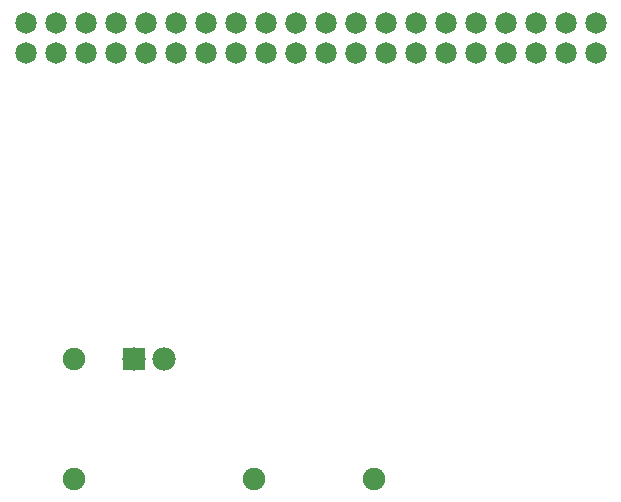
<source format=gtl>
G04 MADE WITH FRITZING*
G04 WWW.FRITZING.ORG*
G04 DOUBLE SIDED*
G04 HOLES PLATED*
G04 CONTOUR ON CENTER OF CONTOUR VECTOR*
%ASAXBY*%
%FSLAX23Y23*%
%MOIN*%
%OFA0B0*%
%SFA1.0B1.0*%
%ADD10C,0.071889*%
%ADD11C,0.071917*%
%ADD12C,0.075000*%
%ADD13C,0.078000*%
%ADD14R,0.078000X0.078000*%
%LNCOPPER1*%
G90*
G70*
G54D10*
X338Y2017D03*
X438Y2017D03*
X538Y2017D03*
X638Y2017D03*
G54D11*
X738Y2017D03*
G54D10*
X838Y2017D03*
X938Y2017D03*
X1038Y2017D03*
X1138Y2017D03*
G54D11*
X1238Y2017D03*
G54D10*
X1338Y2017D03*
G54D11*
X1438Y2017D03*
G54D10*
X1538Y2017D03*
X1638Y2017D03*
X1738Y2017D03*
X1838Y2017D03*
G54D11*
X1938Y2017D03*
G54D10*
X2038Y2017D03*
X2138Y2017D03*
X2238Y2017D03*
X2238Y2117D03*
X2138Y2117D03*
X2038Y2117D03*
G54D11*
X1938Y2117D03*
G54D10*
X1838Y2117D03*
X1738Y2117D03*
X1638Y2117D03*
X1538Y2117D03*
G54D11*
X1438Y2117D03*
G54D10*
X1338Y2117D03*
G54D11*
X1238Y2117D03*
G54D10*
X1138Y2117D03*
X1038Y2117D03*
X938Y2117D03*
X838Y2117D03*
G54D11*
X738Y2117D03*
G54D10*
X638Y2117D03*
X538Y2117D03*
X438Y2117D03*
X338Y2117D03*
G54D12*
X1101Y597D03*
X1501Y597D03*
X501Y997D03*
X501Y597D03*
G54D13*
X701Y997D03*
X801Y997D03*
G54D14*
X701Y997D03*
G04 End of Copper1*
M02*
</source>
